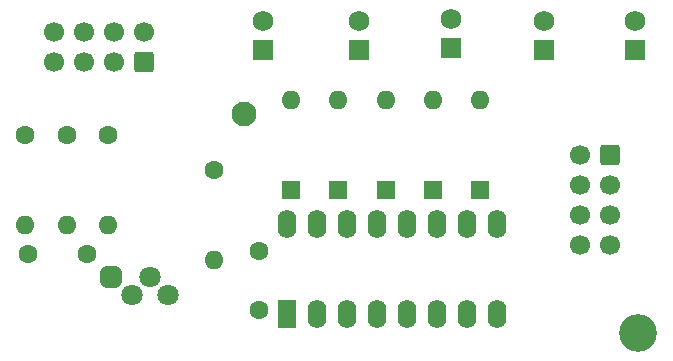
<source format=gbr>
%TF.GenerationSoftware,KiCad,Pcbnew,9.0.2*%
%TF.CreationDate,2025-06-11T23:47:40-06:00*%
%TF.ProjectId,Isolinear Board PCB,49736f6c-696e-4656-9172-20426f617264,rev?*%
%TF.SameCoordinates,Original*%
%TF.FileFunction,Soldermask,Top*%
%TF.FilePolarity,Negative*%
%FSLAX46Y46*%
G04 Gerber Fmt 4.6, Leading zero omitted, Abs format (unit mm)*
G04 Created by KiCad (PCBNEW 9.0.2) date 2025-06-11 23:47:40*
%MOMM*%
%LPD*%
G01*
G04 APERTURE LIST*
G04 Aperture macros list*
%AMRoundRect*
0 Rectangle with rounded corners*
0 $1 Rounding radius*
0 $2 $3 $4 $5 $6 $7 $8 $9 X,Y pos of 4 corners*
0 Add a 4 corners polygon primitive as box body*
4,1,4,$2,$3,$4,$5,$6,$7,$8,$9,$2,$3,0*
0 Add four circle primitives for the rounded corners*
1,1,$1+$1,$2,$3*
1,1,$1+$1,$4,$5*
1,1,$1+$1,$6,$7*
1,1,$1+$1,$8,$9*
0 Add four rect primitives between the rounded corners*
20,1,$1+$1,$2,$3,$4,$5,0*
20,1,$1+$1,$4,$5,$6,$7,0*
20,1,$1+$1,$6,$7,$8,$9,0*
20,1,$1+$1,$8,$9,$2,$3,0*%
G04 Aperture macros list end*
%ADD10C,1.600000*%
%ADD11O,1.600000X1.600000*%
%ADD12RoundRect,0.450000X-0.450000X-0.450000X0.450000X-0.450000X0.450000X0.450000X-0.450000X0.450000X0*%
%ADD13C,1.800000*%
%ADD14R,1.600000X1.600000*%
%ADD15C,3.200000*%
%ADD16R,1.600000X2.400000*%
%ADD17O,1.600000X2.400000*%
%ADD18C,2.100000*%
%ADD19RoundRect,0.250000X0.600000X0.600000X-0.600000X0.600000X-0.600000X-0.600000X0.600000X-0.600000X0*%
%ADD20C,1.700000*%
%ADD21R,1.750000X1.750000*%
%ADD22C,1.750000*%
%ADD23RoundRect,0.250000X0.600000X-0.600000X0.600000X0.600000X-0.600000X0.600000X-0.600000X-0.600000X0*%
G04 APERTURE END LIST*
D10*
%TO.C,R1*%
X132500000Y-132190000D03*
D11*
X132500000Y-139810000D03*
%TD*%
D12*
%TO.C,D1*%
X123700000Y-141240000D03*
D13*
X125478000Y-142764000D03*
X127002000Y-141240000D03*
X128526000Y-142764000D03*
%TD*%
D10*
%TO.C,R3*%
X120000000Y-129190000D03*
D11*
X120000000Y-136810000D03*
%TD*%
D14*
%TO.C,D6*%
X143000000Y-133810000D03*
D11*
X143000000Y-126190000D03*
%TD*%
D14*
%TO.C,D4*%
X151000000Y-133810000D03*
D11*
X151000000Y-126190000D03*
%TD*%
D14*
%TO.C,D5*%
X155000000Y-133810000D03*
D11*
X155000000Y-126190000D03*
%TD*%
D14*
%TO.C,D2*%
X139000000Y-133810000D03*
D11*
X139000000Y-126190000D03*
%TD*%
D10*
%TO.C,R4*%
X123500000Y-129190000D03*
D11*
X123500000Y-136810000D03*
%TD*%
D15*
%TO.C,H1*%
X168400000Y-146000000D03*
%TD*%
D14*
%TO.C,D3*%
X147000000Y-133810000D03*
D11*
X147000000Y-126190000D03*
%TD*%
D16*
%TO.C,U1*%
X138625000Y-144325000D03*
D17*
X141165000Y-144325000D03*
X143705000Y-144325000D03*
X146245000Y-144325000D03*
X148785000Y-144325000D03*
X151325000Y-144325000D03*
X153865000Y-144325000D03*
X156405000Y-144325000D03*
X156405000Y-136705000D03*
X153865000Y-136705000D03*
X151325000Y-136705000D03*
X148785000Y-136705000D03*
X146245000Y-136705000D03*
X143705000Y-136705000D03*
X141165000Y-136705000D03*
X138625000Y-136705000D03*
%TD*%
D18*
%TO.C,H2*%
X135000000Y-127400000D03*
%TD*%
D10*
%TO.C,R2*%
X116500000Y-129190000D03*
D11*
X116500000Y-136810000D03*
%TD*%
D19*
%TO.C,J7*%
X166000000Y-130880000D03*
D20*
X163460000Y-130880000D03*
X166000000Y-133420000D03*
X163460000Y-133420000D03*
X166000000Y-135960000D03*
X163460000Y-135960000D03*
X166000000Y-138500000D03*
X163460000Y-138500000D03*
%TD*%
D21*
%TO.C,J5*%
X168125000Y-122000000D03*
D22*
X168125000Y-119500000D03*
%TD*%
D10*
%TO.C,C1*%
X121750000Y-139250000D03*
X116750000Y-139250000D03*
%TD*%
%TO.C,C2*%
X136250000Y-139000000D03*
X136250000Y-144000000D03*
%TD*%
D21*
%TO.C,J1*%
X136600000Y-122000000D03*
D22*
X136600000Y-119500000D03*
%TD*%
D23*
%TO.C,J6*%
X126500000Y-123040000D03*
D20*
X126500000Y-120500000D03*
X123960000Y-123040000D03*
X123960000Y-120500000D03*
X121420000Y-123040000D03*
X121420000Y-120500000D03*
X118880000Y-123040000D03*
X118880000Y-120500000D03*
%TD*%
D21*
%TO.C,J2*%
X144725000Y-122000000D03*
D22*
X144725000Y-119500000D03*
%TD*%
D21*
%TO.C,J4*%
X160400000Y-122000000D03*
D22*
X160400000Y-119500000D03*
%TD*%
D21*
%TO.C,J3*%
X152525000Y-121850000D03*
D22*
X152525000Y-119350000D03*
%TD*%
M02*

</source>
